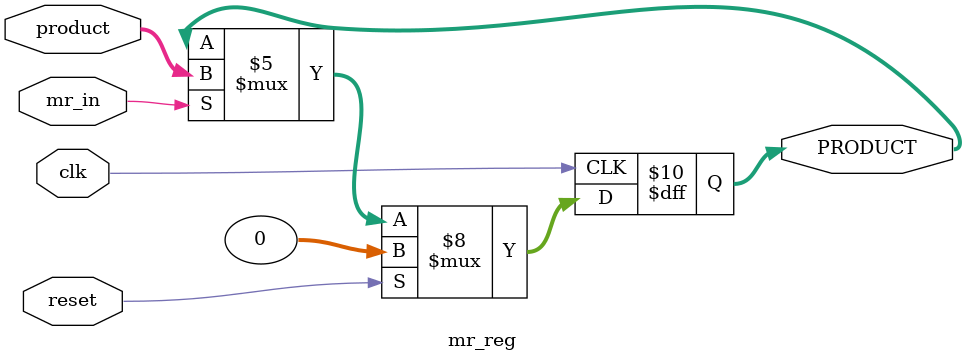
<source format=v>
module mr_reg(clk, reset, mr_in, product, PRODUCT);

  input clk, reset, mr_in;
  input [31 : 0] product;
  output reg [31 : 0] PRODUCT = 0;

  // Your code begins here
always @(posedge clk) 
	begin 
		if(reset == 1) begin 
			PRODUCT <= 0; 
		end else if(mr_in == 1) begin
		 	PRODUCT <= product; 
		end 
	end 
endmodule

</source>
